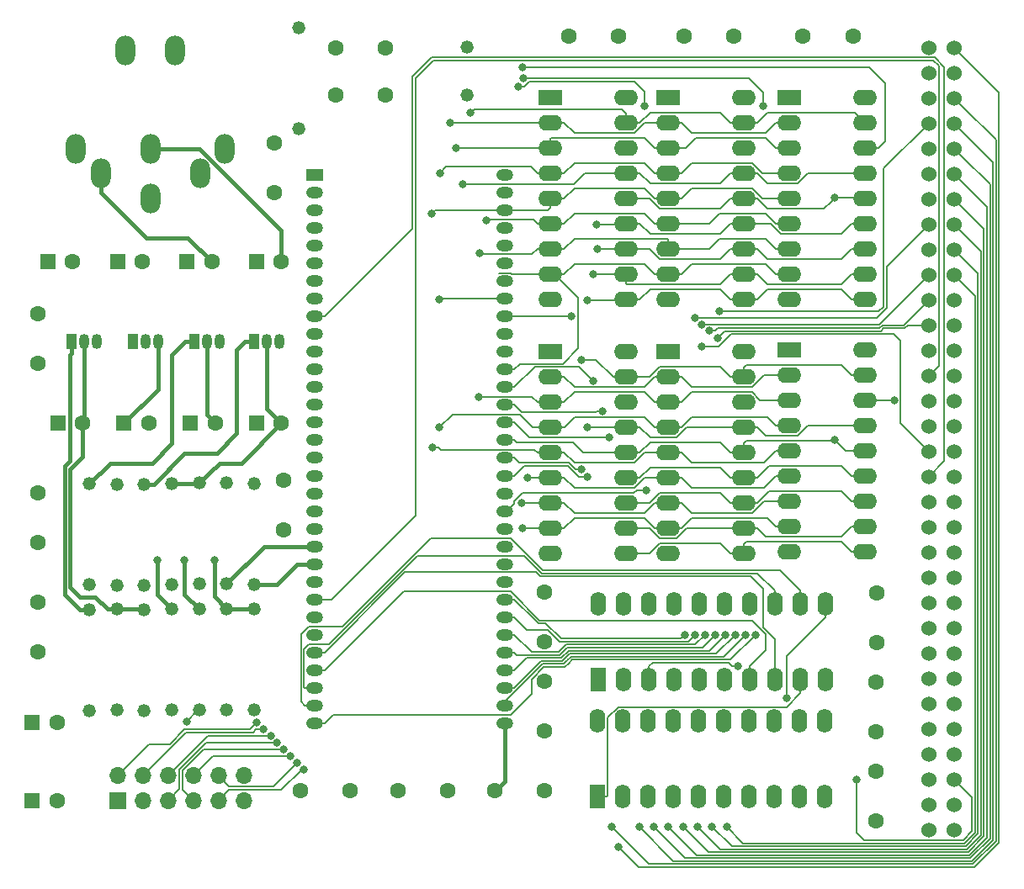
<source format=gbr>
G04 #@! TF.GenerationSoftware,KiCad,Pcbnew,(5.1.5-0-10_14)*
G04 #@! TF.CreationDate,2020-06-05T11:11:00+01:00*
G04 #@! TF.ProjectId,v9958video,76393935-3876-4696-9465-6f2e6b696361,rev?*
G04 #@! TF.SameCoordinates,Original*
G04 #@! TF.FileFunction,Copper,L4,Bot*
G04 #@! TF.FilePolarity,Positive*
%FSLAX46Y46*%
G04 Gerber Fmt 4.6, Leading zero omitted, Abs format (unit mm)*
G04 Created by KiCad (PCBNEW (5.1.5-0-10_14)) date 2020-06-05 11:11:00*
%MOMM*%
%LPD*%
G04 APERTURE LIST*
%ADD10C,1.320800*%
%ADD11O,1.700000X1.200000*%
%ADD12R,1.700000X1.200000*%
%ADD13C,1.600000*%
%ADD14R,1.600000X1.600000*%
%ADD15R,1.050000X1.500000*%
%ADD16O,1.050000X1.500000*%
%ADD17O,1.600000X2.400000*%
%ADD18R,1.600000X2.400000*%
%ADD19O,2.400000X1.600000*%
%ADD20R,2.400000X1.600000*%
%ADD21O,2.000000X3.000000*%
%ADD22O,1.700000X1.700000*%
%ADD23R,1.700000X1.700000*%
%ADD24C,1.524000*%
%ADD25C,0.800000*%
%ADD26C,0.400000*%
%ADD27C,0.150000*%
G04 APERTURE END LIST*
D10*
X124705768Y-89280000D03*
X124705768Y-79120000D03*
D11*
X160950400Y-48010000D03*
X160950400Y-49790000D03*
X160950400Y-51570000D03*
X160950400Y-53350000D03*
X160950400Y-55130000D03*
X160950400Y-56910000D03*
X160950400Y-58690000D03*
X160950400Y-60470000D03*
X160950400Y-62250000D03*
X160950400Y-64030000D03*
X160950400Y-65810000D03*
X160950400Y-67590000D03*
X160950400Y-69370000D03*
X160950400Y-71150000D03*
X160950400Y-72930000D03*
X160950400Y-74710000D03*
X160950400Y-76490000D03*
X160950400Y-78270000D03*
X160950400Y-80050000D03*
X160950400Y-81830000D03*
X160950400Y-83610000D03*
X160950400Y-85390000D03*
X160950400Y-87170000D03*
X160950400Y-88950000D03*
X160950400Y-90730000D03*
X160950400Y-92510000D03*
X160950400Y-94290000D03*
X160950400Y-96070000D03*
X160950400Y-97850000D03*
X160950400Y-99630000D03*
X160950400Y-101410000D03*
X160950400Y-103190000D03*
X141849600Y-103190000D03*
X141849600Y-101410000D03*
X141849600Y-99630000D03*
X141849600Y-97850000D03*
X141849600Y-96070000D03*
X141849600Y-94290000D03*
X141849600Y-92510000D03*
X141849600Y-90730000D03*
X141849600Y-88950000D03*
X141849600Y-87170000D03*
X141849600Y-85390000D03*
X141849600Y-83610000D03*
X141849600Y-81830000D03*
X141849600Y-80050000D03*
X141849600Y-78270000D03*
X141849600Y-76490000D03*
X141849600Y-74710000D03*
X141849600Y-72930000D03*
X141849600Y-71150000D03*
X141849600Y-69370000D03*
X141849600Y-67590000D03*
X141849600Y-65810000D03*
X141849600Y-64030000D03*
X141849600Y-62250000D03*
X141849600Y-60470000D03*
X141849600Y-58690000D03*
X141849600Y-56910000D03*
X141849600Y-55130000D03*
X141849600Y-53350000D03*
X141849600Y-51570000D03*
X141849600Y-49790000D03*
D12*
X141849600Y-48010000D03*
D13*
X137750000Y-44750000D03*
X137750000Y-49750000D03*
X138750000Y-78750000D03*
X138750000Y-83750000D03*
X114000000Y-62000000D03*
X114000000Y-67000000D03*
X115940000Y-111010000D03*
D14*
X113440000Y-111010000D03*
D13*
X114000000Y-80000000D03*
X114000000Y-85000000D03*
X114000000Y-91000000D03*
X114000000Y-96000000D03*
X115940000Y-103150000D03*
D14*
X113440000Y-103150000D03*
D13*
X124500000Y-56750000D03*
D14*
X122000000Y-56750000D03*
D13*
X138500000Y-72975000D03*
D14*
X136000000Y-72975000D03*
D15*
X135755000Y-64800000D03*
D16*
X138295000Y-64800000D03*
X137025000Y-64800000D03*
D17*
X170300000Y-102980000D03*
X193160000Y-110600000D03*
X172840000Y-102980000D03*
X190620000Y-110600000D03*
X175380000Y-102980000D03*
X188080000Y-110600000D03*
X177920000Y-102980000D03*
X185540000Y-110600000D03*
X180460000Y-102980000D03*
X183000000Y-110600000D03*
X183000000Y-102980000D03*
X180460000Y-110600000D03*
X185540000Y-102980000D03*
X177920000Y-110600000D03*
X188080000Y-102980000D03*
X175380000Y-110600000D03*
X190620000Y-102980000D03*
X172840000Y-110600000D03*
X193160000Y-102980000D03*
D18*
X170300000Y-110600000D03*
D13*
X118500000Y-72975000D03*
D14*
X116000000Y-72975000D03*
D13*
X131833332Y-72975000D03*
D14*
X129333332Y-72975000D03*
D13*
X125166666Y-73000000D03*
D14*
X122666666Y-73000000D03*
D13*
X117500000Y-56750000D03*
D14*
X115000000Y-56750000D03*
D13*
X131500000Y-56750000D03*
D14*
X129000000Y-56750000D03*
D13*
X138500000Y-56750000D03*
D14*
X136000000Y-56750000D03*
D17*
X170375000Y-91205000D03*
X193235000Y-98825000D03*
X172915000Y-91205000D03*
X190695000Y-98825000D03*
X175455000Y-91205000D03*
X188155000Y-98825000D03*
X177995000Y-91205000D03*
X185615000Y-98825000D03*
X180535000Y-91205000D03*
X183075000Y-98825000D03*
X183075000Y-91205000D03*
X180535000Y-98825000D03*
X185615000Y-91205000D03*
X177995000Y-98825000D03*
X188155000Y-91205000D03*
X175455000Y-98825000D03*
X190695000Y-91205000D03*
X172915000Y-98825000D03*
X193235000Y-91205000D03*
D18*
X170375000Y-98825000D03*
D15*
X117380000Y-64800000D03*
D16*
X119920000Y-64800000D03*
X118650000Y-64800000D03*
D19*
X173220000Y-65800000D03*
X165600000Y-86120000D03*
X173220000Y-68340000D03*
X165600000Y-83580000D03*
X173220000Y-70880000D03*
X165600000Y-81040000D03*
X173220000Y-73420000D03*
X165600000Y-78500000D03*
X173220000Y-75960000D03*
X165600000Y-75960000D03*
X173220000Y-78500000D03*
X165600000Y-73420000D03*
X173220000Y-81040000D03*
X165600000Y-70880000D03*
X173220000Y-83580000D03*
X165600000Y-68340000D03*
X173220000Y-86120000D03*
D20*
X165600000Y-65800000D03*
D19*
X173220000Y-40200000D03*
X165600000Y-60520000D03*
X173220000Y-42740000D03*
X165600000Y-57980000D03*
X173220000Y-45280000D03*
X165600000Y-55440000D03*
X173220000Y-47820000D03*
X165600000Y-52900000D03*
X173220000Y-50360000D03*
X165600000Y-50360000D03*
X173220000Y-52900000D03*
X165600000Y-47820000D03*
X173220000Y-55440000D03*
X165600000Y-45280000D03*
X173220000Y-57980000D03*
X165600000Y-42740000D03*
X173220000Y-60520000D03*
D20*
X165600000Y-40200000D03*
D19*
X185020000Y-65800000D03*
X177400000Y-86120000D03*
X185020000Y-68340000D03*
X177400000Y-83580000D03*
X185020000Y-70880000D03*
X177400000Y-81040000D03*
X185020000Y-73420000D03*
X177400000Y-78500000D03*
X185020000Y-75960000D03*
X177400000Y-75960000D03*
X185020000Y-78500000D03*
X177400000Y-73420000D03*
X185020000Y-81040000D03*
X177400000Y-70880000D03*
X185020000Y-83580000D03*
X177400000Y-68340000D03*
X185020000Y-86120000D03*
D20*
X177400000Y-65800000D03*
D19*
X185020000Y-40200000D03*
X177400000Y-60520000D03*
X185020000Y-42740000D03*
X177400000Y-57980000D03*
X185020000Y-45280000D03*
X177400000Y-55440000D03*
X185020000Y-47820000D03*
X177400000Y-52900000D03*
X185020000Y-50360000D03*
X177400000Y-50360000D03*
X185020000Y-52900000D03*
X177400000Y-47820000D03*
X185020000Y-55440000D03*
X177400000Y-45280000D03*
X185020000Y-57980000D03*
X177400000Y-42740000D03*
X185020000Y-60520000D03*
D20*
X177400000Y-40200000D03*
D19*
X197220000Y-65600000D03*
X189600000Y-85920000D03*
X197220000Y-68140000D03*
X189600000Y-83380000D03*
X197220000Y-70680000D03*
X189600000Y-80840000D03*
X197220000Y-73220000D03*
X189600000Y-78300000D03*
X197220000Y-75760000D03*
X189600000Y-75760000D03*
X197220000Y-78300000D03*
X189600000Y-73220000D03*
X197220000Y-80840000D03*
X189600000Y-70680000D03*
X197220000Y-83380000D03*
X189600000Y-68140000D03*
X197220000Y-85920000D03*
D20*
X189600000Y-65600000D03*
D19*
X197220000Y-40200000D03*
X189600000Y-60520000D03*
X197220000Y-42740000D03*
X189600000Y-57980000D03*
X197220000Y-45280000D03*
X189600000Y-55440000D03*
X197220000Y-47820000D03*
X189600000Y-52900000D03*
X197220000Y-50360000D03*
X189600000Y-50360000D03*
X197220000Y-52900000D03*
X189600000Y-47820000D03*
X197220000Y-55440000D03*
X189600000Y-45280000D03*
X197220000Y-57980000D03*
X189600000Y-42740000D03*
X197220000Y-60520000D03*
D20*
X189600000Y-40200000D03*
D10*
X135767304Y-89205000D03*
X135767304Y-79045000D03*
X121940384Y-91720000D03*
X121940384Y-101880000D03*
X124705768Y-101930000D03*
X124705768Y-91770000D03*
X119175000Y-101930000D03*
X119175000Y-91770000D03*
X133001920Y-89155000D03*
X133001920Y-78995000D03*
X135767304Y-91670000D03*
X135767304Y-101830000D03*
X133001920Y-101830000D03*
X133001920Y-91670000D03*
X119175000Y-89230000D03*
X119175000Y-79070000D03*
X121940384Y-89280000D03*
X121940384Y-79120000D03*
X130236536Y-78995000D03*
X130236536Y-89155000D03*
X127471152Y-89230000D03*
X127471152Y-79070000D03*
X127471152Y-91720000D03*
X127471152Y-101880000D03*
X130236536Y-91720000D03*
X130236536Y-101880000D03*
X140250000Y-33170000D03*
X140250000Y-43330000D03*
D15*
X129705000Y-64800000D03*
D16*
X132245000Y-64800000D03*
X130975000Y-64800000D03*
D15*
X123550000Y-64800000D03*
D16*
X126090000Y-64800000D03*
X124820000Y-64800000D03*
D10*
X157200000Y-39963000D03*
X157200000Y-35137000D03*
D21*
X132819200Y-45343600D03*
X125319200Y-45343600D03*
X117819200Y-45343600D03*
X130319200Y-47843600D03*
X120319200Y-47843600D03*
X125319200Y-50343600D03*
X122819200Y-35443600D03*
X127819200Y-35443600D03*
D22*
X134700000Y-108460000D03*
X134700000Y-111000000D03*
X132160000Y-108460000D03*
X132160000Y-111000000D03*
X129620000Y-108460000D03*
X129620000Y-111000000D03*
X127080000Y-108460000D03*
X127080000Y-111000000D03*
X124540000Y-108460000D03*
X124540000Y-111000000D03*
X122000000Y-108460000D03*
D23*
X122000000Y-111000000D03*
D24*
X206190000Y-113920000D03*
X203650000Y-113920000D03*
X206190000Y-111380000D03*
X203650000Y-111380000D03*
X203650000Y-35180000D03*
X206190000Y-35180000D03*
X203650000Y-37720000D03*
X206190000Y-37720000D03*
X203650000Y-40260000D03*
X206190000Y-40260000D03*
X203650000Y-42800000D03*
X206190000Y-42800000D03*
X203650000Y-45340000D03*
X206190000Y-45340000D03*
X203650000Y-47880000D03*
X206190000Y-47880000D03*
X203650000Y-50420000D03*
X206190000Y-50420000D03*
X203650000Y-52960000D03*
X206190000Y-52960000D03*
X203650000Y-55500000D03*
X206190000Y-55500000D03*
X203650000Y-58040000D03*
X206190000Y-58040000D03*
X203650000Y-60580000D03*
X206190000Y-60580000D03*
X203650000Y-63120000D03*
X206190000Y-63120000D03*
X203650000Y-65660000D03*
X206190000Y-65660000D03*
X203650000Y-68200000D03*
X206190000Y-68200000D03*
X203650000Y-70740000D03*
X206190000Y-70740000D03*
X203650000Y-73280000D03*
X206190000Y-73280000D03*
X203650000Y-75820000D03*
X206190000Y-75820000D03*
X203650000Y-78360000D03*
X206190000Y-78360000D03*
X203650000Y-80900000D03*
X206190000Y-80900000D03*
X203650000Y-83440000D03*
X206190000Y-83440000D03*
X203650000Y-85980000D03*
X206190000Y-85980000D03*
X203650000Y-88520000D03*
X206190000Y-88520000D03*
X203650000Y-91060000D03*
X206190000Y-91060000D03*
X203650000Y-93600000D03*
X206190000Y-93600000D03*
X203650000Y-96140000D03*
X206190000Y-96140000D03*
X203650000Y-98680000D03*
X206190000Y-98680000D03*
X203650000Y-101220000D03*
X206190000Y-101220000D03*
X203650000Y-103760000D03*
X206190000Y-103760000D03*
X203650000Y-106300000D03*
X206190000Y-106300000D03*
X203650000Y-108840000D03*
X206190000Y-108840000D03*
D13*
X165000000Y-110000000D03*
X160000000Y-110000000D03*
X165000000Y-99000000D03*
X165000000Y-104000000D03*
X198300000Y-108050000D03*
X198300000Y-113050000D03*
X184000000Y-34000000D03*
X179000000Y-34000000D03*
X155200000Y-110000000D03*
X150200000Y-110000000D03*
X196000000Y-34000000D03*
X191000000Y-34000000D03*
X198300000Y-99050000D03*
X198300000Y-104050000D03*
X165000000Y-90000000D03*
X165000000Y-95000000D03*
X172400000Y-34000000D03*
X167400000Y-34000000D03*
X198450000Y-90050000D03*
X198450000Y-95050000D03*
X145400000Y-110000000D03*
X140400000Y-110000000D03*
X143975000Y-39950000D03*
X148975000Y-39950000D03*
X143975000Y-35175000D03*
X148975000Y-35175000D03*
D25*
X136009071Y-103117428D03*
X126000000Y-86750000D03*
X137407616Y-104431597D03*
X136662943Y-103806597D03*
X153660000Y-51880000D03*
X153740000Y-75420000D03*
X162330000Y-39110000D03*
X175060000Y-41089990D03*
X162810000Y-38270000D03*
X187000000Y-41089990D03*
X162763521Y-37165604D03*
X200170000Y-70670000D03*
X154420000Y-60510000D03*
X154440000Y-47800000D03*
X154410000Y-73420000D03*
X169241937Y-60588063D03*
X167640000Y-62240000D03*
X163275410Y-78510000D03*
X159090000Y-52540000D03*
X162650410Y-81020000D03*
X158465000Y-55910000D03*
X162790000Y-83580000D03*
X169870000Y-57970000D03*
X169900000Y-68740000D03*
X170790000Y-71769990D03*
X170320000Y-55460000D03*
X171470000Y-74400000D03*
X170230000Y-53020000D03*
X194200000Y-74700000D03*
X194200000Y-50300000D03*
X168664999Y-66630000D03*
X168664999Y-77610010D03*
X169275000Y-73420000D03*
X169275000Y-78360000D03*
X158340000Y-70320000D03*
X175220000Y-79710000D03*
X157510000Y-41760000D03*
X156730000Y-48950000D03*
X156105000Y-45280000D03*
X155480000Y-42730000D03*
X179100000Y-94281978D03*
X180114285Y-94281978D03*
X181128570Y-94281978D03*
X182142855Y-94281978D03*
X183157140Y-94281978D03*
X184171425Y-94281978D03*
X185185710Y-94281978D03*
X186200000Y-94281978D03*
X172380000Y-115640000D03*
X138027840Y-105151198D03*
X138699593Y-105822951D03*
X139371346Y-106494704D03*
X129000000Y-103000000D03*
X140043098Y-107166456D03*
X140714851Y-107838208D03*
X171745000Y-113620000D03*
X182390000Y-64450000D03*
X182610000Y-61730000D03*
X181550000Y-63690000D03*
X180833046Y-63065000D03*
X196390000Y-108900000D03*
X184430000Y-97467066D03*
X180770000Y-65270000D03*
X189323058Y-100663058D03*
X180120000Y-62380000D03*
X183320000Y-113620000D03*
X181849165Y-113620000D03*
X180378332Y-113620000D03*
X178907499Y-113620000D03*
X177436666Y-113620000D03*
X175965833Y-113620000D03*
X174495000Y-113620000D03*
X128750000Y-86750000D03*
X131750000Y-86750000D03*
D26*
X126090000Y-69576666D02*
X122666666Y-73000000D01*
X126090000Y-64800000D02*
X126090000Y-69576666D01*
X138500000Y-55618630D02*
X138500000Y-56750000D01*
X138500000Y-53615198D02*
X138500000Y-55618630D01*
X130228402Y-45343600D02*
X138500000Y-53615198D01*
X125319200Y-45343600D02*
X130228402Y-45343600D01*
D27*
X122000000Y-108460000D02*
X125150000Y-105310000D01*
X128744145Y-103831577D02*
X130859867Y-103831577D01*
X127265722Y-105310000D02*
X128744145Y-103831577D01*
X125150000Y-105310000D02*
X127265722Y-105310000D01*
X130859867Y-103831577D02*
X134820000Y-103831577D01*
X135294922Y-103831577D02*
X136009071Y-103117428D01*
X134820000Y-103831577D02*
X135294922Y-103831577D01*
D26*
X120319200Y-49743600D02*
X124900600Y-54325000D01*
X120319200Y-47843600D02*
X120319200Y-49743600D01*
X129075000Y-54325000D02*
X131500000Y-56750000D01*
X124900600Y-54325000D02*
X129075000Y-54325000D01*
X126000000Y-90248848D02*
X127471152Y-91720000D01*
X126000000Y-86750000D02*
X126000000Y-90248848D01*
D27*
X131108403Y-104431597D02*
X137407616Y-104431597D01*
X127080000Y-108460000D02*
X131108403Y-104431597D01*
D26*
X136766920Y-85390000D02*
X141849600Y-85390000D01*
X133001920Y-89155000D02*
X136766920Y-85390000D01*
D27*
X117819200Y-46421230D02*
X117819200Y-45343600D01*
D26*
X128780000Y-64800000D02*
X127500000Y-66080000D01*
X129705000Y-64800000D02*
X128780000Y-64800000D01*
X127500000Y-66080000D02*
X127500000Y-75000000D01*
X127500000Y-75000000D02*
X125500000Y-77000000D01*
X121245000Y-77000000D02*
X119175000Y-79070000D01*
X125500000Y-77000000D02*
X121245000Y-77000000D01*
D27*
X124540000Y-108460000D02*
X128868413Y-104131587D01*
X128868413Y-104131587D02*
X130984135Y-104131587D01*
X130984135Y-104131587D02*
X135638413Y-104131587D01*
X135963403Y-103806597D02*
X136662943Y-103806597D01*
X135638413Y-104131587D02*
X135963403Y-103806597D01*
D26*
X135767304Y-89205000D02*
X138045000Y-89205000D01*
X140080000Y-87170000D02*
X141849600Y-87170000D01*
X138045000Y-89205000D02*
X140080000Y-87170000D01*
D27*
X166950000Y-50360000D02*
X167975010Y-49334990D01*
X165600000Y-50360000D02*
X166950000Y-50360000D01*
X178750000Y-50360000D02*
X179775010Y-49334990D01*
X177400000Y-50360000D02*
X178750000Y-50360000D01*
X161950400Y-51570000D02*
X160950400Y-51570000D01*
X165340000Y-51570000D02*
X161950400Y-51570000D01*
X165600000Y-51310000D02*
X165340000Y-51570000D01*
X165600000Y-50360000D02*
X165600000Y-51310000D01*
X188250000Y-75760000D02*
X187024990Y-76985010D01*
X189600000Y-75760000D02*
X188250000Y-75760000D01*
X175069583Y-75960000D02*
X174044573Y-76985010D01*
X177400000Y-75960000D02*
X175069583Y-75960000D01*
X185844573Y-49334990D02*
X179775010Y-49334990D01*
X186869583Y-50360000D02*
X185844573Y-49334990D01*
X189600000Y-50360000D02*
X186869583Y-50360000D01*
X175024990Y-49334990D02*
X167975010Y-49334990D01*
X176050000Y-50360000D02*
X175024990Y-49334990D01*
X177400000Y-50360000D02*
X176050000Y-50360000D01*
X153970000Y-51570000D02*
X153660000Y-51880000D01*
X160950400Y-51570000D02*
X153970000Y-51570000D01*
X164250000Y-75960000D02*
X165600000Y-75960000D01*
X163954990Y-75664990D02*
X164250000Y-75960000D01*
X154550675Y-75664990D02*
X163954990Y-75664990D01*
X179775010Y-76985010D02*
X187024990Y-76985010D01*
X178750000Y-75960000D02*
X179775010Y-76985010D01*
X177400000Y-75960000D02*
X178750000Y-75960000D01*
X167975010Y-76985010D02*
X174044573Y-76985010D01*
X166950000Y-75960000D02*
X167975010Y-76985010D01*
X165600000Y-75960000D02*
X166950000Y-75960000D01*
X154305685Y-75420000D02*
X153740000Y-75420000D01*
X154550675Y-75664990D02*
X154305685Y-75420000D01*
X162895685Y-39110000D02*
X163435675Y-38570010D01*
X162330000Y-39110000D02*
X162895685Y-39110000D01*
X163435675Y-38570010D02*
X173990010Y-38570010D01*
X175060000Y-39640000D02*
X175060000Y-41089990D01*
X173990010Y-38570010D02*
X175060000Y-39640000D01*
X162810000Y-38270000D02*
X185550000Y-38270000D01*
X187000000Y-39720000D02*
X187000000Y-41089990D01*
X185550000Y-38270000D02*
X187000000Y-39720000D01*
X162763521Y-37165604D02*
X197614396Y-37165604D01*
X198570000Y-45280000D02*
X199230000Y-44620000D01*
X197220000Y-45280000D02*
X198570000Y-45280000D01*
X199230000Y-44620000D02*
X199230000Y-38781208D01*
X198574396Y-38125604D02*
X198645010Y-38196218D01*
X199230000Y-38781208D02*
X198574396Y-38125604D01*
X197614396Y-37165604D02*
X198574396Y-38125604D01*
X197230000Y-70670000D02*
X197220000Y-70680000D01*
X200170000Y-70670000D02*
X197230000Y-70670000D01*
X166950000Y-47820000D02*
X167975010Y-46794990D01*
X165600000Y-47820000D02*
X166950000Y-47820000D01*
X177400000Y-47820000D02*
X178750000Y-47820000D01*
X188250000Y-73220000D02*
X187424990Y-72394990D01*
X189600000Y-73220000D02*
X188250000Y-73220000D01*
X175024990Y-46794990D02*
X167975010Y-46794990D01*
X176050000Y-47820000D02*
X175024990Y-46794990D01*
X177400000Y-47820000D02*
X176050000Y-47820000D01*
X186869583Y-47820000D02*
X185844573Y-46794990D01*
X189600000Y-47820000D02*
X186869583Y-47820000D01*
X179775010Y-46794990D02*
X178750000Y-47820000D01*
X185844573Y-46794990D02*
X179775010Y-46794990D01*
X154460000Y-60470000D02*
X154420000Y-60510000D01*
X160950400Y-60470000D02*
X154460000Y-60470000D01*
X164250000Y-47820000D02*
X165600000Y-47820000D01*
X163614990Y-47184990D02*
X164250000Y-47820000D01*
X155055010Y-47184990D02*
X163614990Y-47184990D01*
X154440000Y-47800000D02*
X155055010Y-47184990D01*
X164250000Y-73420000D02*
X165600000Y-73420000D01*
X163796122Y-73420000D02*
X164250000Y-73420000D01*
X162481112Y-72104990D02*
X163796122Y-73420000D01*
X155725010Y-72104990D02*
X162481112Y-72104990D01*
X154410000Y-73420000D02*
X155725010Y-72104990D01*
X179775010Y-72394990D02*
X187424990Y-72394990D01*
X178750000Y-73420000D02*
X179775010Y-72394990D01*
X177400000Y-73420000D02*
X178750000Y-73420000D01*
X165600000Y-73420000D02*
X166950000Y-73420000D01*
X168055010Y-72394990D02*
X167030000Y-73420000D01*
X175024990Y-72394990D02*
X168055010Y-72394990D01*
X176050000Y-73420000D02*
X175024990Y-72394990D01*
X167030000Y-73420000D02*
X165600000Y-73420000D01*
X177400000Y-73420000D02*
X176050000Y-73420000D01*
X174570000Y-60520000D02*
X175595010Y-59494990D01*
X173220000Y-60520000D02*
X174570000Y-60520000D01*
X186370000Y-60520000D02*
X187395010Y-59494990D01*
X185020000Y-60520000D02*
X186370000Y-60520000D01*
X185020000Y-85170000D02*
X185020000Y-86120000D01*
X194844990Y-84894990D02*
X185295010Y-84894990D01*
X185295010Y-84894990D02*
X185020000Y-85170000D01*
X195870000Y-85920000D02*
X194844990Y-84894990D01*
X197220000Y-85920000D02*
X195870000Y-85920000D01*
X183670000Y-86120000D02*
X182644990Y-85094990D01*
X185020000Y-86120000D02*
X183670000Y-86120000D01*
X160950400Y-62250000D02*
X164455002Y-62250000D01*
X182644990Y-59494990D02*
X175595010Y-59494990D01*
X183670000Y-60520000D02*
X182644990Y-59494990D01*
X185020000Y-60520000D02*
X183670000Y-60520000D01*
X195870000Y-60520000D02*
X194844990Y-59494990D01*
X194844990Y-59494990D02*
X187395010Y-59494990D01*
X197220000Y-60520000D02*
X195870000Y-60520000D01*
X173151937Y-60588063D02*
X173220000Y-60520000D01*
X169241937Y-60588063D02*
X173151937Y-60588063D01*
X167630000Y-62250000D02*
X167640000Y-62240000D01*
X164455002Y-62250000D02*
X167630000Y-62250000D01*
X176575427Y-85094990D02*
X182644990Y-85094990D01*
X175550417Y-86120000D02*
X176575427Y-85094990D01*
X173220000Y-86120000D02*
X175550417Y-86120000D01*
X166950000Y-52900000D02*
X167975010Y-51874990D01*
X165600000Y-52900000D02*
X166950000Y-52900000D01*
X181554278Y-52900000D02*
X182579288Y-51874990D01*
X177400000Y-52900000D02*
X181554278Y-52900000D01*
X188250000Y-78300000D02*
X187024990Y-79525010D01*
X189600000Y-78300000D02*
X188250000Y-78300000D01*
X175069583Y-78500000D02*
X174044573Y-79525010D01*
X177400000Y-78500000D02*
X175069583Y-78500000D01*
X165590000Y-78510000D02*
X165600000Y-78500000D01*
X163275410Y-78510000D02*
X165590000Y-78510000D01*
X175024990Y-51874990D02*
X167975010Y-51874990D01*
X176050000Y-52900000D02*
X175024990Y-51874990D01*
X177400000Y-52900000D02*
X176050000Y-52900000D01*
X188250000Y-52900000D02*
X187224990Y-51874990D01*
X187224990Y-51874990D02*
X182579288Y-51874990D01*
X189600000Y-52900000D02*
X188250000Y-52900000D01*
X163874990Y-52524990D02*
X159105010Y-52524990D01*
X159105010Y-52524990D02*
X159090000Y-52540000D01*
X164250000Y-52900000D02*
X163874990Y-52524990D01*
X165600000Y-52900000D02*
X164250000Y-52900000D01*
X167975010Y-79525010D02*
X174044573Y-79525010D01*
X166950000Y-78500000D02*
X167975010Y-79525010D01*
X165600000Y-78500000D02*
X166950000Y-78500000D01*
X179775010Y-79525010D02*
X187024990Y-79525010D01*
X178750000Y-78500000D02*
X179775010Y-79525010D01*
X177400000Y-78500000D02*
X178750000Y-78500000D01*
X177324990Y-54414990D02*
X177400000Y-54490000D01*
X177400000Y-54490000D02*
X177400000Y-55440000D01*
X167975010Y-54414990D02*
X177324990Y-54414990D01*
X166950000Y-55440000D02*
X167975010Y-54414990D01*
X165600000Y-55440000D02*
X166950000Y-55440000D01*
X181554278Y-55440000D02*
X182579288Y-54414990D01*
X177400000Y-55440000D02*
X181554278Y-55440000D01*
X187069583Y-80840000D02*
X185844573Y-82065010D01*
X189600000Y-80840000D02*
X187069583Y-80840000D01*
X176050000Y-81040000D02*
X175024990Y-82065010D01*
X177400000Y-81040000D02*
X176050000Y-81040000D01*
X165580000Y-81020000D02*
X165600000Y-81040000D01*
X162650410Y-81020000D02*
X165580000Y-81020000D01*
X187224990Y-54414990D02*
X182579288Y-54414990D01*
X188250000Y-55440000D02*
X187224990Y-54414990D01*
X189600000Y-55440000D02*
X188250000Y-55440000D01*
X158510010Y-55955010D02*
X158465000Y-55910000D01*
X163734990Y-55955010D02*
X158510010Y-55955010D01*
X164250000Y-55440000D02*
X163734990Y-55955010D01*
X165600000Y-55440000D02*
X164250000Y-55440000D01*
X166950000Y-81040000D02*
X167975010Y-82065010D01*
X167975010Y-82065010D02*
X175024990Y-82065010D01*
X165600000Y-81040000D02*
X166950000Y-81040000D01*
X179775010Y-82065010D02*
X185844573Y-82065010D01*
X178750000Y-81040000D02*
X179775010Y-82065010D01*
X177400000Y-81040000D02*
X178750000Y-81040000D01*
X166950000Y-57980000D02*
X167975010Y-56954990D01*
X165600000Y-57980000D02*
X166950000Y-57980000D01*
X178750000Y-57980000D02*
X179775010Y-56954990D01*
X177400000Y-57980000D02*
X178750000Y-57980000D01*
X188250000Y-83380000D02*
X187424990Y-82554990D01*
X189600000Y-83380000D02*
X188250000Y-83380000D01*
X176050000Y-83580000D02*
X175024990Y-82554990D01*
X177400000Y-83580000D02*
X176050000Y-83580000D01*
X162790000Y-83580000D02*
X165600000Y-83580000D01*
X175024990Y-56954990D02*
X167975010Y-56954990D01*
X176050000Y-57980000D02*
X175024990Y-56954990D01*
X177400000Y-57980000D02*
X176050000Y-57980000D01*
X187224990Y-56954990D02*
X179775010Y-56954990D01*
X188250000Y-57980000D02*
X187224990Y-56954990D01*
X189600000Y-57980000D02*
X188250000Y-57980000D01*
X161542130Y-57864990D02*
X160358670Y-57864990D01*
X161657140Y-57980000D02*
X161542130Y-57864990D01*
X165600000Y-57980000D02*
X161657140Y-57980000D01*
X161950400Y-67590000D02*
X160950400Y-67590000D01*
X162525420Y-67014980D02*
X161950400Y-67590000D01*
X165600000Y-57980000D02*
X166000000Y-57980000D01*
X168390000Y-65415002D02*
X166790022Y-67014980D01*
X168390000Y-60370000D02*
X168390000Y-65415002D01*
X166000000Y-57980000D02*
X168390000Y-60370000D01*
X166790022Y-67014980D02*
X162525420Y-67014980D01*
X179775010Y-82554990D02*
X187424990Y-82554990D01*
X178750000Y-83580000D02*
X179775010Y-82554990D01*
X177400000Y-83580000D02*
X178750000Y-83580000D01*
X167975010Y-82554990D02*
X175024990Y-82554990D01*
X166950000Y-83580000D02*
X167975010Y-82554990D01*
X165600000Y-83580000D02*
X166950000Y-83580000D01*
X195870000Y-57980000D02*
X194844990Y-59005010D01*
X197220000Y-57980000D02*
X195870000Y-57980000D01*
X173220000Y-58930000D02*
X173220000Y-57980000D01*
X173295010Y-59005010D02*
X173220000Y-58930000D01*
X182644990Y-59005010D02*
X173295010Y-59005010D01*
X183670000Y-57980000D02*
X182644990Y-59005010D01*
X185020000Y-57980000D02*
X183670000Y-57980000D01*
X187195010Y-84405010D02*
X186370000Y-83580000D01*
X194844990Y-84405010D02*
X187195010Y-84405010D01*
X195870000Y-83380000D02*
X194844990Y-84405010D01*
X186370000Y-83580000D02*
X185020000Y-83580000D01*
X197220000Y-83380000D02*
X195870000Y-83380000D01*
X179249583Y-83580000D02*
X178224573Y-84605010D01*
X185020000Y-83580000D02*
X179249583Y-83580000D01*
X187395010Y-59005010D02*
X194844990Y-59005010D01*
X186370000Y-57980000D02*
X187395010Y-59005010D01*
X185020000Y-57980000D02*
X186370000Y-57980000D01*
X173210000Y-57970000D02*
X173220000Y-57980000D01*
X169870000Y-57970000D02*
X173210000Y-57970000D01*
X168474990Y-67314990D02*
X169900000Y-68740000D01*
X164005410Y-67314990D02*
X168474990Y-67314990D01*
X161950400Y-69370000D02*
X164005410Y-67314990D01*
X160950400Y-69370000D02*
X161950400Y-69370000D01*
X176575427Y-84605010D02*
X178224573Y-84605010D01*
X175550417Y-83580000D02*
X176575427Y-84605010D01*
X173220000Y-83580000D02*
X175550417Y-83580000D01*
X195870000Y-55440000D02*
X194844990Y-56465010D01*
X197220000Y-55440000D02*
X195870000Y-55440000D01*
X183670000Y-55440000D02*
X182644990Y-56465010D01*
X185020000Y-55440000D02*
X183670000Y-55440000D01*
X195870000Y-80840000D02*
X194844990Y-79814990D01*
X186370000Y-81040000D02*
X185020000Y-81040000D01*
X187595010Y-79814990D02*
X186370000Y-81040000D01*
X194844990Y-79814990D02*
X187595010Y-79814990D01*
X197220000Y-80840000D02*
X195870000Y-80840000D01*
X183670000Y-81040000D02*
X182644990Y-80014990D01*
X185020000Y-81040000D02*
X183670000Y-81040000D01*
X170654980Y-71905010D02*
X170790000Y-71769990D01*
X170224315Y-71769990D02*
X170790000Y-71769990D01*
X170089295Y-71905010D02*
X170224315Y-71769990D01*
X161950400Y-71150000D02*
X162705410Y-71905010D01*
X162705410Y-71905010D02*
X170089295Y-71905010D01*
X160950400Y-71150000D02*
X161950400Y-71150000D01*
X187395010Y-56465010D02*
X194844990Y-56465010D01*
X186370000Y-55440000D02*
X187395010Y-56465010D01*
X185020000Y-55440000D02*
X186370000Y-55440000D01*
X176575427Y-56465010D02*
X182644990Y-56465010D01*
X175550417Y-55440000D02*
X176575427Y-56465010D01*
X173220000Y-55440000D02*
X175550417Y-55440000D01*
X173200000Y-55460000D02*
X173220000Y-55440000D01*
X170320000Y-55460000D02*
X173200000Y-55460000D01*
X176575427Y-80014990D02*
X182644990Y-80014990D01*
X175550417Y-81040000D02*
X176575427Y-80014990D01*
X173220000Y-81040000D02*
X175550417Y-81040000D01*
X195870000Y-52900000D02*
X194844990Y-53925010D01*
X197220000Y-52900000D02*
X195870000Y-52900000D01*
X185020000Y-52900000D02*
X183670000Y-52900000D01*
X186370000Y-78500000D02*
X185020000Y-78500000D01*
X195870000Y-78300000D02*
X194844990Y-77274990D01*
X187595010Y-77274990D02*
X186370000Y-78500000D01*
X194844990Y-77274990D02*
X187595010Y-77274990D01*
X197220000Y-78300000D02*
X195870000Y-78300000D01*
X183670000Y-78500000D02*
X182644990Y-77474990D01*
X185020000Y-78500000D02*
X183670000Y-78500000D01*
X161950400Y-72930000D02*
X163465410Y-74445010D01*
X160950400Y-72930000D02*
X161950400Y-72930000D01*
X171424990Y-74445010D02*
X171470000Y-74400000D01*
X163465410Y-74445010D02*
X171424990Y-74445010D01*
X182644990Y-53925010D02*
X183670000Y-52900000D01*
X175595010Y-53925010D02*
X182644990Y-53925010D01*
X174570000Y-52900000D02*
X175595010Y-53925010D01*
X173220000Y-52900000D02*
X174570000Y-52900000D01*
X188775427Y-53925010D02*
X194844990Y-53925010D01*
X187750417Y-52900000D02*
X188775427Y-53925010D01*
X185020000Y-52900000D02*
X187750417Y-52900000D01*
X173100000Y-53020000D02*
X173220000Y-52900000D01*
X170230000Y-53020000D02*
X173100000Y-53020000D01*
X174570000Y-78500000D02*
X175595010Y-77474990D01*
X175595010Y-77474990D02*
X182644990Y-77474990D01*
X173220000Y-78500000D02*
X174570000Y-78500000D01*
X183670000Y-50360000D02*
X182644990Y-51385010D01*
X185020000Y-50360000D02*
X183670000Y-50360000D01*
X185020000Y-75010000D02*
X185020000Y-75960000D01*
X185295010Y-74734990D02*
X185020000Y-75010000D01*
X197220000Y-75760000D02*
X195870000Y-75760000D01*
X183670000Y-75960000D02*
X182644990Y-74934990D01*
X185020000Y-75960000D02*
X183670000Y-75960000D01*
X168874998Y-75960000D02*
X171870000Y-75960000D01*
X167849988Y-74934990D02*
X168874998Y-75960000D01*
X161950400Y-74710000D02*
X162175390Y-74934990D01*
X171870000Y-75960000D02*
X173220000Y-75960000D01*
X162175390Y-74934990D02*
X167849988Y-74934990D01*
X160950400Y-74710000D02*
X161950400Y-74710000D01*
X176575427Y-51385010D02*
X182644990Y-51385010D01*
X175550417Y-50360000D02*
X176575427Y-51385010D01*
X173220000Y-50360000D02*
X175550417Y-50360000D01*
X186370000Y-50360000D02*
X187410000Y-51400000D01*
X185020000Y-50360000D02*
X186370000Y-50360000D01*
X175595010Y-74934990D02*
X182644990Y-74934990D01*
X174570000Y-75960000D02*
X175595010Y-74934990D01*
X173220000Y-75960000D02*
X174570000Y-75960000D01*
X194165010Y-74734990D02*
X194200000Y-74700000D01*
X185295010Y-74734990D02*
X194165010Y-74734990D01*
X197160000Y-50300000D02*
X197220000Y-50360000D01*
X194200000Y-50300000D02*
X197160000Y-50300000D01*
X195260000Y-75760000D02*
X194200000Y-74700000D01*
X197220000Y-75760000D02*
X195260000Y-75760000D01*
X193800001Y-50699999D02*
X194200000Y-50300000D01*
X193114990Y-51385010D02*
X193800001Y-50699999D01*
X189014990Y-51385010D02*
X193114990Y-51385010D01*
X189000000Y-51400000D02*
X189014990Y-51385010D01*
X187410000Y-51400000D02*
X189000000Y-51400000D01*
X194844990Y-67114990D02*
X185295010Y-67114990D01*
X185295010Y-67114990D02*
X185020000Y-67390000D01*
X195870000Y-68140000D02*
X194844990Y-67114990D01*
X185020000Y-67390000D02*
X185020000Y-68340000D01*
X197220000Y-68140000D02*
X195870000Y-68140000D01*
X183670000Y-68340000D02*
X182644990Y-67314990D01*
X185020000Y-68340000D02*
X183670000Y-68340000D01*
X176575427Y-67314990D02*
X182644990Y-67314990D01*
X175550417Y-68340000D02*
X176575427Y-67314990D01*
X173220000Y-68340000D02*
X175550417Y-68340000D01*
X170160000Y-66630000D02*
X168664999Y-66630000D01*
X171870000Y-68340000D02*
X170160000Y-66630000D01*
X173220000Y-68340000D02*
X171870000Y-68340000D01*
X168099314Y-77610010D02*
X167510000Y-77020696D01*
X168664999Y-77610010D02*
X168099314Y-77610010D01*
X167510000Y-77020696D02*
X167510000Y-77010000D01*
X162445410Y-76985010D02*
X161950400Y-76490000D01*
X167485010Y-76985010D02*
X162445410Y-76985010D01*
X161950400Y-76490000D02*
X160950400Y-76490000D01*
X167510000Y-77010000D02*
X167485010Y-76985010D01*
X186370000Y-73420000D02*
X185020000Y-73420000D01*
X187195010Y-74245010D02*
X186370000Y-73420000D01*
X190424573Y-74245010D02*
X187195010Y-74245010D01*
X191449583Y-73220000D02*
X190424573Y-74245010D01*
X197220000Y-73220000D02*
X191449583Y-73220000D01*
X179249583Y-73420000D02*
X178224573Y-74445010D01*
X185020000Y-73420000D02*
X179249583Y-73420000D01*
X175595010Y-74445010D02*
X178224573Y-74445010D01*
X174570000Y-73420000D02*
X175595010Y-74445010D01*
X173220000Y-73420000D02*
X174570000Y-73420000D01*
X173220000Y-73420000D02*
X169275000Y-73420000D01*
X162935380Y-77285020D02*
X161950400Y-78270000D01*
X161950400Y-78270000D02*
X160950400Y-78270000D01*
X167350046Y-77285020D02*
X162935380Y-77285020D01*
X168425026Y-78360000D02*
X167350046Y-77285020D01*
X169275000Y-78360000D02*
X168425026Y-78360000D01*
X186669583Y-70680000D02*
X185844573Y-69854990D01*
X189600000Y-70680000D02*
X186669583Y-70680000D01*
X176050000Y-70880000D02*
X175024990Y-69854990D01*
X177400000Y-70880000D02*
X176050000Y-70880000D01*
X179775010Y-69854990D02*
X185844573Y-69854990D01*
X178750000Y-70880000D02*
X179775010Y-69854990D01*
X177400000Y-70880000D02*
X178750000Y-70880000D01*
X167975010Y-69854990D02*
X175024990Y-69854990D01*
X166950000Y-70880000D02*
X167975010Y-69854990D01*
X165600000Y-70880000D02*
X166950000Y-70880000D01*
X163690000Y-70320000D02*
X158340000Y-70320000D01*
X164250000Y-70880000D02*
X163690000Y-70320000D01*
X165600000Y-70880000D02*
X164250000Y-70880000D01*
X187069583Y-68140000D02*
X185844573Y-69365010D01*
X189600000Y-68140000D02*
X187069583Y-68140000D01*
X176050000Y-68340000D02*
X175024990Y-69365010D01*
X177400000Y-68340000D02*
X176050000Y-68340000D01*
X179775010Y-69365010D02*
X185844573Y-69365010D01*
X178750000Y-68340000D02*
X179775010Y-69365010D01*
X177400000Y-68340000D02*
X178750000Y-68340000D01*
X167975010Y-69365010D02*
X175024990Y-69365010D01*
X166950000Y-68340000D02*
X167975010Y-69365010D01*
X165600000Y-68340000D02*
X166950000Y-68340000D01*
X161950400Y-80830000D02*
X161950400Y-81080000D01*
X162765410Y-80014990D02*
X161950400Y-80830000D01*
X161200400Y-81830000D02*
X160950400Y-81830000D01*
X173978871Y-80014990D02*
X162765410Y-80014990D01*
X161950400Y-81080000D02*
X161200400Y-81830000D01*
X174283861Y-79710000D02*
X173978871Y-80014990D01*
X175220000Y-79710000D02*
X174283861Y-79710000D01*
X197215000Y-42740000D02*
X196189990Y-41714990D01*
X197220000Y-42740000D02*
X197215000Y-42740000D01*
X173220000Y-41790000D02*
X173220000Y-42740000D01*
X172790001Y-41360001D02*
X173220000Y-41790000D01*
X157909999Y-41360001D02*
X172790001Y-41360001D01*
X157510000Y-41760000D02*
X157909999Y-41360001D01*
X175595010Y-41714990D02*
X174570000Y-42740000D01*
X182644990Y-41714990D02*
X175595010Y-41714990D01*
X174570000Y-42740000D02*
X173220000Y-42740000D01*
X183670000Y-42740000D02*
X182644990Y-41714990D01*
X185020000Y-42740000D02*
X183670000Y-42740000D01*
X187395010Y-41714990D02*
X196189990Y-41714990D01*
X186370000Y-42740000D02*
X187395010Y-41714990D01*
X185020000Y-42740000D02*
X186370000Y-42740000D01*
X191449583Y-47820000D02*
X190424573Y-48845010D01*
X197220000Y-47820000D02*
X191449583Y-47820000D01*
X183670000Y-47820000D02*
X182644990Y-48845010D01*
X185020000Y-47820000D02*
X183670000Y-47820000D01*
X157295685Y-48950000D02*
X156730000Y-48950000D01*
X167935722Y-48950000D02*
X157295685Y-48950000D01*
X169065722Y-47820000D02*
X167935722Y-48950000D01*
X173220000Y-47820000D02*
X169065722Y-47820000D01*
X175595010Y-48845010D02*
X182644990Y-48845010D01*
X174570000Y-47820000D02*
X175595010Y-48845010D01*
X173220000Y-47820000D02*
X174570000Y-47820000D01*
X187395010Y-48845010D02*
X190424573Y-48845010D01*
X186370000Y-47820000D02*
X187395010Y-48845010D01*
X185020000Y-47820000D02*
X186370000Y-47820000D01*
X188250000Y-45280000D02*
X187224990Y-44254990D01*
X189600000Y-45280000D02*
X188250000Y-45280000D01*
X165600000Y-44330000D02*
X165600000Y-45280000D01*
X165675010Y-44254990D02*
X165600000Y-44330000D01*
X175024990Y-44254990D02*
X165675010Y-44254990D01*
X176050000Y-45280000D02*
X175024990Y-44254990D01*
X177400000Y-45280000D02*
X176050000Y-45280000D01*
X156105000Y-45280000D02*
X165600000Y-45280000D01*
X177400000Y-45280000D02*
X179160000Y-45280000D01*
X180185010Y-44254990D02*
X187224990Y-44254990D01*
X179160000Y-45280000D02*
X180185010Y-44254990D01*
X188250000Y-42740000D02*
X187224990Y-43765010D01*
X189600000Y-42740000D02*
X188250000Y-42740000D01*
X166950000Y-42740000D02*
X167975010Y-43765010D01*
X165600000Y-42740000D02*
X166950000Y-42740000D01*
X165590000Y-42730000D02*
X165600000Y-42740000D01*
X155480000Y-42730000D02*
X165590000Y-42730000D01*
X179775010Y-43765010D02*
X187224990Y-43765010D01*
X178750000Y-42740000D02*
X179775010Y-43765010D01*
X177400000Y-42740000D02*
X178750000Y-42740000D01*
X174044573Y-43765010D02*
X167975010Y-43765010D01*
X175069583Y-42740000D02*
X174044573Y-43765010D01*
X177400000Y-42740000D02*
X175069583Y-42740000D01*
X161950400Y-90730000D02*
X160950400Y-90730000D01*
X164045400Y-92825000D02*
X161950400Y-90730000D01*
X164050000Y-92825000D02*
X164045400Y-92825000D01*
X165086089Y-93144809D02*
X164369809Y-93144809D01*
X164369809Y-93144809D02*
X164050000Y-92825000D01*
X166621280Y-94680000D02*
X165086089Y-93144809D01*
X178400000Y-94680000D02*
X166621280Y-94680000D01*
X178401977Y-94681977D02*
X178400000Y-94680000D01*
X178700001Y-94681977D02*
X179100000Y-94281978D01*
X178401977Y-94681977D02*
X178700001Y-94681977D01*
X161950400Y-92510000D02*
X163215410Y-93775010D01*
X163215410Y-93775010D02*
X165292012Y-93775010D01*
X160950400Y-92510000D02*
X161950400Y-92510000D01*
X166498989Y-94981987D02*
X165292012Y-93775010D01*
X179414276Y-94981987D02*
X180114285Y-94281978D01*
X166498989Y-94981987D02*
X179414276Y-94981987D01*
X166394999Y-96025001D02*
X167138003Y-95281997D01*
X163685401Y-96025001D02*
X166394999Y-96025001D01*
X161950400Y-94290000D02*
X163685401Y-96025001D01*
X160950400Y-94290000D02*
X161950400Y-94290000D01*
X180128551Y-95281997D02*
X181128570Y-94281978D01*
X167138003Y-95281997D02*
X180128551Y-95281997D01*
X160950400Y-96070000D02*
X161200400Y-96070000D01*
X166519268Y-96325010D02*
X167262271Y-95582007D01*
X160950400Y-96070000D02*
X161950400Y-96070000D01*
X162205411Y-96325011D02*
X166519268Y-96325010D01*
X161950400Y-96070000D02*
X162205411Y-96325011D01*
X180842826Y-95582007D02*
X182142855Y-94281978D01*
X167262271Y-95582007D02*
X180842826Y-95582007D01*
X181557101Y-95882017D02*
X183157140Y-94281978D01*
X166643537Y-96625019D02*
X167386539Y-95882017D01*
X163194979Y-96625021D02*
X163194981Y-96625019D01*
X163175379Y-96625021D02*
X163194979Y-96625021D01*
X163194981Y-96625019D02*
X166643537Y-96625019D01*
X161950400Y-97850000D02*
X163175379Y-96625021D01*
X167386539Y-95882017D02*
X181557101Y-95882017D01*
X160950400Y-97850000D02*
X161950400Y-97850000D01*
X167510807Y-96182027D02*
X182271376Y-96182027D01*
X166767806Y-96925028D02*
X167510807Y-96182027D01*
X182271376Y-96182027D02*
X184171425Y-94281978D01*
X164664971Y-96925029D02*
X166767806Y-96925028D01*
X161950400Y-99630000D02*
X164655369Y-96925031D01*
X164664969Y-96925031D02*
X164664971Y-96925029D01*
X164655369Y-96925031D02*
X164664969Y-96925031D01*
X160950400Y-99630000D02*
X161950400Y-99630000D01*
X167637963Y-96482037D02*
X182985651Y-96482037D01*
X166892075Y-97225037D02*
X167267062Y-96850050D01*
X167267062Y-96850050D02*
X167269950Y-96850050D01*
X166274959Y-97225041D02*
X166274963Y-97225037D01*
X164779637Y-97225041D02*
X166274959Y-97225041D01*
X182985651Y-96482037D02*
X185185710Y-94281978D01*
X160594678Y-101410000D02*
X164779637Y-97225041D01*
X167269950Y-96850050D02*
X167637963Y-96482037D01*
X166274963Y-97225037D02*
X166892075Y-97225037D01*
X160950400Y-101410000D02*
X160594678Y-101410000D01*
X183699931Y-96782047D02*
X186200000Y-94281978D01*
X167777953Y-96782047D02*
X183699931Y-96782047D01*
X164904953Y-97525047D02*
X167016343Y-97525047D01*
X163657110Y-98772890D02*
X164904953Y-97525047D01*
X167409940Y-97150060D02*
X167777953Y-96782047D01*
X163657110Y-100250010D02*
X163657110Y-98772890D01*
X142849600Y-103190000D02*
X143674610Y-102364990D01*
X167016343Y-97525047D02*
X167391330Y-97150060D01*
X161542130Y-102364990D02*
X163657110Y-100250010D01*
X167391330Y-97150060D02*
X167409940Y-97150060D01*
X143674610Y-102364990D02*
X161542130Y-102364990D01*
X141849600Y-103190000D02*
X142849600Y-103190000D01*
X164802120Y-87824980D02*
X188664980Y-87824980D01*
X161542130Y-84564990D02*
X164802120Y-87824980D01*
X190695000Y-89855000D02*
X190695000Y-91205000D01*
X153506054Y-84564990D02*
X161542130Y-84564990D01*
X141849600Y-101410000D02*
X140849600Y-101410000D01*
X141257870Y-93464990D02*
X144606054Y-93464990D01*
X144606054Y-93464990D02*
X153506054Y-84564990D01*
X140474581Y-94248279D02*
X141257870Y-93464990D01*
X140474581Y-101034981D02*
X140474581Y-94248279D01*
X188664980Y-87824980D02*
X190695000Y-89855000D01*
X140849600Y-101410000D02*
X140474581Y-101034981D01*
X164677852Y-88124990D02*
X186424990Y-88124990D01*
X186424990Y-88124990D02*
X188155000Y-89855000D01*
X162897852Y-86344990D02*
X164677852Y-88124990D01*
X141257870Y-95244990D02*
X143250332Y-95244990D01*
X143250332Y-95244990D02*
X152150332Y-86344990D01*
X140774590Y-95728270D02*
X141257870Y-95244990D01*
X188155000Y-89855000D02*
X188155000Y-91205000D01*
X141849600Y-99630000D02*
X140849600Y-99630000D01*
X140849600Y-99630000D02*
X140774590Y-99554990D01*
X152150332Y-86344990D02*
X162897852Y-86344990D01*
X140774590Y-99554990D02*
X140774590Y-95728270D01*
X206951999Y-35941999D02*
X206190000Y-35180000D01*
X210700080Y-39690080D02*
X206951999Y-35941999D01*
X208219152Y-117675072D02*
X210700080Y-115194144D01*
X174415072Y-117675072D02*
X208219152Y-117675072D01*
X210700080Y-115194144D02*
X210700080Y-39690080D01*
X172380000Y-115640000D02*
X174415072Y-117675072D01*
X185615000Y-97475000D02*
X185615000Y-98825000D01*
X187220000Y-95870000D02*
X185615000Y-97475000D01*
X185873511Y-92844799D02*
X187220000Y-94191288D01*
X150794610Y-89904990D02*
X161554268Y-89904990D01*
X164494077Y-92844799D02*
X185873511Y-92844799D01*
X161554268Y-89904990D02*
X164494077Y-92844799D01*
X142849600Y-97850000D02*
X150794610Y-89904990D01*
X187220000Y-94191288D02*
X187220000Y-95870000D01*
X141849600Y-97850000D02*
X142849600Y-97850000D01*
X188155000Y-97475000D02*
X188155000Y-98825000D01*
X185735000Y-88425000D02*
X186970000Y-89660000D01*
X164553584Y-88425000D02*
X185735000Y-88425000D01*
X186970000Y-93517010D02*
X188155000Y-94702010D01*
X186970000Y-89660000D02*
X186970000Y-93517010D01*
X164123594Y-87995010D02*
X164553584Y-88425000D01*
X150924590Y-87995010D02*
X164123594Y-87995010D01*
X142849600Y-96070000D02*
X150924590Y-87995010D01*
X188155000Y-94702010D02*
X188155000Y-97475000D01*
X141849600Y-96070000D02*
X142849600Y-96070000D01*
X204411999Y-67438001D02*
X203650000Y-68200000D01*
X204637001Y-37005281D02*
X204637001Y-67212999D01*
X204098731Y-36467011D02*
X204637001Y-37005281D01*
X153782989Y-36467011D02*
X204098731Y-36467011D01*
X204637001Y-67212999D02*
X204411999Y-67438001D01*
X151990010Y-82259268D02*
X151990010Y-38259990D01*
X143519278Y-90730000D02*
X151990010Y-82259268D01*
X151990010Y-38259990D02*
X153782989Y-36467011D01*
X141849600Y-90730000D02*
X143519278Y-90730000D01*
X128244990Y-109835010D02*
X128244990Y-107819730D01*
X127080000Y-111000000D02*
X128244990Y-109835010D01*
X128244990Y-107819730D02*
X129392360Y-106672360D01*
X130913522Y-105151198D02*
X138027840Y-105151198D01*
X129392360Y-106672360D02*
X130913522Y-105151198D01*
X205202999Y-76807001D02*
X203650000Y-78360000D01*
X153658721Y-36167001D02*
X204222999Y-36167001D01*
X205202999Y-37147001D02*
X205202999Y-76807001D01*
X151690001Y-38135721D02*
X153658721Y-36167001D01*
X204222999Y-36167001D02*
X205202999Y-37147001D01*
X151690000Y-53409600D02*
X151690001Y-38135721D01*
X142849600Y-62250000D02*
X151690000Y-53409600D01*
X141849600Y-62250000D02*
X142849600Y-62250000D01*
X130666047Y-105822951D02*
X138699593Y-105822951D01*
X128544999Y-107943999D02*
X130666047Y-105822951D01*
X128544999Y-109924999D02*
X129620000Y-111000000D01*
X128544999Y-107943999D02*
X128544999Y-109924999D01*
X131585296Y-106494704D02*
X139371346Y-106494704D01*
X129620000Y-108460000D02*
X131585296Y-106494704D01*
X130120000Y-101880000D02*
X130236536Y-101880000D01*
X129000000Y-103000000D02*
X130120000Y-101880000D01*
X137674553Y-109535001D02*
X140043098Y-107166456D01*
X133235001Y-109535001D02*
X137674553Y-109535001D01*
X132160000Y-108460000D02*
X133235001Y-109535001D01*
X133235001Y-109924999D02*
X136104999Y-109924999D01*
X132160000Y-111000000D02*
X133235001Y-109924999D01*
X136104999Y-109924999D02*
X138034999Y-109924999D01*
X138034999Y-109924999D02*
X138455001Y-109924999D01*
X140541792Y-107838208D02*
X140714851Y-107838208D01*
X138455001Y-109924999D02*
X140541792Y-107838208D01*
X171250000Y-110600000D02*
X170300000Y-110600000D01*
X171325010Y-110524990D02*
X171250000Y-110600000D01*
X171325010Y-102645407D02*
X171325010Y-110524990D01*
X189315010Y-101554990D02*
X172415427Y-101554990D01*
X172415427Y-101554990D02*
X171325010Y-102645407D01*
X190695000Y-100175000D02*
X189315010Y-101554990D01*
X190695000Y-98825000D02*
X190695000Y-100175000D01*
X206951999Y-41021999D02*
X206190000Y-40260000D01*
X210400070Y-115069876D02*
X210400070Y-44470070D01*
X210400070Y-44470070D02*
X206951999Y-41021999D01*
X208094883Y-117375063D02*
X210400070Y-115069876D01*
X175500064Y-117375064D02*
X208094883Y-117375063D01*
X171745000Y-113620000D02*
X175500064Y-117375064D01*
X198818506Y-63720050D02*
X183119950Y-63720050D01*
X199118517Y-63420039D02*
X198818506Y-63720050D01*
X201234239Y-63420039D02*
X199118517Y-63420039D01*
X183119950Y-63720050D02*
X182390000Y-64450000D01*
X201534278Y-63120000D02*
X203650000Y-63120000D01*
X201234239Y-63420039D02*
X201534278Y-63120000D01*
X199090000Y-47360000D02*
X203650000Y-42800000D01*
X199090000Y-61270000D02*
X199090000Y-47360000D01*
X198620000Y-61740000D02*
X199090000Y-61270000D01*
X198610000Y-61730000D02*
X182610000Y-61730000D01*
X198620000Y-61740000D02*
X198610000Y-61730000D01*
X201109971Y-63120029D02*
X203650000Y-60580000D01*
X182115685Y-63690000D02*
X181550000Y-63690000D01*
X182385645Y-63420040D02*
X182115685Y-63690000D01*
X198694238Y-63420040D02*
X182385645Y-63420040D01*
X198994249Y-63120029D02*
X198694238Y-63420040D01*
X201109971Y-63120029D02*
X198994249Y-63120029D01*
X198625000Y-63065000D02*
X180833046Y-63065000D01*
X203650000Y-58040000D02*
X198625000Y-63065000D01*
X206190000Y-108840000D02*
X207999990Y-110649990D01*
X207999990Y-110649990D02*
X207999990Y-113570772D01*
X207999990Y-113570772D02*
X207999990Y-114075732D01*
X207999990Y-114075732D02*
X207100732Y-114974990D01*
X207100732Y-114974990D02*
X203244228Y-114974990D01*
X203244228Y-114974990D02*
X197114990Y-114974990D01*
X196390000Y-114250000D02*
X196390000Y-108900000D01*
X197114990Y-114974990D02*
X196390000Y-114250000D01*
X183864315Y-97467066D02*
X183479306Y-97082057D01*
X184430000Y-97467066D02*
X183864315Y-97467066D01*
X175455000Y-97475000D02*
X175455000Y-98825000D01*
X175847943Y-97082057D02*
X175455000Y-97475000D01*
X183479306Y-97082057D02*
X175847943Y-97082057D01*
X200800000Y-72970000D02*
X203650000Y-75820000D01*
X183740000Y-64020060D02*
X200120060Y-64020060D01*
X200800000Y-64700000D02*
X200800000Y-72970000D01*
X200120060Y-64020060D02*
X200800000Y-64700000D01*
X182490060Y-65270000D02*
X183740000Y-64020060D01*
X180770000Y-65270000D02*
X182490060Y-65270000D01*
X189323058Y-96466942D02*
X189323058Y-100097373D01*
X193235000Y-92555000D02*
X189323058Y-96466942D01*
X189323058Y-100097373D02*
X189323058Y-100663058D01*
X193235000Y-91205000D02*
X193235000Y-92555000D01*
X199390010Y-61394268D02*
X199390010Y-57219990D01*
X199390010Y-57219990D02*
X203650000Y-52960000D01*
X198404278Y-62380000D02*
X180120000Y-62380000D01*
X199390010Y-61394268D02*
X198404278Y-62380000D01*
X207225000Y-115275000D02*
X208300000Y-114200000D01*
X184975000Y-115275000D02*
X207225000Y-115275000D01*
X208300000Y-60150000D02*
X206190000Y-58040000D01*
X208300000Y-114200000D02*
X208300000Y-60150000D01*
X183320000Y-113620000D02*
X184975000Y-115275000D01*
X206951999Y-56261999D02*
X206190000Y-55500000D01*
X208600010Y-57910010D02*
X206951999Y-56261999D01*
X208600010Y-114324268D02*
X208600010Y-57910010D01*
X207349269Y-115575009D02*
X208600010Y-114324268D01*
X183804174Y-115575009D02*
X207349269Y-115575009D01*
X181849165Y-113620000D02*
X183804174Y-115575009D01*
X206951999Y-53721999D02*
X206190000Y-52960000D01*
X207473538Y-115875018D02*
X208900020Y-114448536D01*
X208900020Y-55670020D02*
X206951999Y-53721999D01*
X208900020Y-114448536D02*
X208900020Y-55670020D01*
X182633350Y-115875018D02*
X207473538Y-115875018D01*
X180378332Y-113620000D02*
X182633350Y-115875018D01*
X206951999Y-51181999D02*
X206190000Y-50420000D01*
X207597807Y-116175027D02*
X209200030Y-114572804D01*
X209200030Y-53430030D02*
X206951999Y-51181999D01*
X178907499Y-113620000D02*
X181462526Y-116175027D01*
X209200030Y-114572804D02*
X209200030Y-53430030D01*
X181462526Y-116175027D02*
X207597807Y-116175027D01*
X206951999Y-48641999D02*
X206190000Y-47880000D01*
X209500040Y-51190040D02*
X206951999Y-48641999D01*
X209500040Y-114697072D02*
X209500040Y-51190040D01*
X207722076Y-116475036D02*
X209500040Y-114697072D01*
X180291703Y-116475037D02*
X207722076Y-116475036D01*
X177436666Y-113620000D02*
X180291703Y-116475037D01*
X206951999Y-46101999D02*
X206190000Y-45340000D01*
X207846345Y-116775045D02*
X209800050Y-114821340D01*
X175965833Y-113620000D02*
X179120878Y-116775045D01*
X209800050Y-48950050D02*
X206951999Y-46101999D01*
X179120878Y-116775045D02*
X207846345Y-116775045D01*
X209800050Y-114821340D02*
X209800050Y-48950050D01*
X206951999Y-43561999D02*
X206190000Y-42800000D01*
X174495000Y-113620000D02*
X177950054Y-117075054D01*
X210100060Y-46710060D02*
X206951999Y-43561999D01*
X207970614Y-117075054D02*
X210100060Y-114945608D01*
X210100060Y-114945608D02*
X210100060Y-46710060D01*
X177950054Y-117075054D02*
X207970614Y-117075054D01*
D26*
X128750000Y-90233464D02*
X130236536Y-91720000D01*
X128750000Y-86750000D02*
X128750000Y-90233464D01*
X160950400Y-109049600D02*
X160000000Y-110000000D01*
X160950400Y-103190000D02*
X160950400Y-109049600D01*
X125639714Y-79120000D02*
X128750000Y-76009714D01*
X124705768Y-79120000D02*
X125639714Y-79120000D01*
X128750000Y-76009714D02*
X131990286Y-76009714D01*
X131990286Y-76009714D02*
X134000000Y-74000000D01*
X134830000Y-64800000D02*
X135755000Y-64800000D01*
X134000000Y-65630000D02*
X134830000Y-64800000D01*
X134000000Y-74000000D02*
X134000000Y-65630000D01*
X137025000Y-71500000D02*
X138500000Y-72975000D01*
X137025000Y-64800000D02*
X137025000Y-71500000D01*
X131265401Y-77984599D02*
X132250000Y-77000000D01*
X131246937Y-77984599D02*
X131265401Y-77984599D01*
X130236536Y-78995000D02*
X131246937Y-77984599D01*
X134475000Y-77000000D02*
X138500000Y-72975000D01*
X132250000Y-77000000D02*
X134475000Y-77000000D01*
X130161536Y-79070000D02*
X130236536Y-78995000D01*
X127471152Y-79070000D02*
X130161536Y-79070000D01*
X130975000Y-72116668D02*
X131833332Y-72975000D01*
X130975000Y-64800000D02*
X130975000Y-72116668D01*
X131750000Y-90418080D02*
X133001920Y-91670000D01*
X131750000Y-86750000D02*
X131750000Y-90418080D01*
X133001920Y-91670000D02*
X135767304Y-91670000D01*
X118241054Y-91770000D02*
X119175000Y-91770000D01*
X117250000Y-66080000D02*
X117250000Y-76750000D01*
X116699990Y-77300010D02*
X116699990Y-90228936D01*
X117250000Y-76750000D02*
X116699990Y-77300010D01*
X117380000Y-65950000D02*
X117250000Y-66080000D01*
X116699990Y-90228936D02*
X118241054Y-91770000D01*
X117380000Y-64800000D02*
X117380000Y-65950000D01*
X118650000Y-72825000D02*
X118500000Y-72975000D01*
X118650000Y-64800000D02*
X118650000Y-72825000D01*
X124655768Y-91720000D02*
X124705768Y-91770000D01*
X121940384Y-91720000D02*
X124655768Y-91720000D01*
X121006438Y-91720000D02*
X121940384Y-91720000D01*
X119786438Y-90500000D02*
X121006438Y-91720000D01*
X118250000Y-90500000D02*
X119786438Y-90500000D01*
X117250000Y-89500000D02*
X118250000Y-90500000D01*
X117250000Y-77648946D02*
X117250000Y-89500000D01*
X118500000Y-76398946D02*
X117250000Y-77648946D01*
X118500000Y-72975000D02*
X118500000Y-76398946D01*
M02*

</source>
